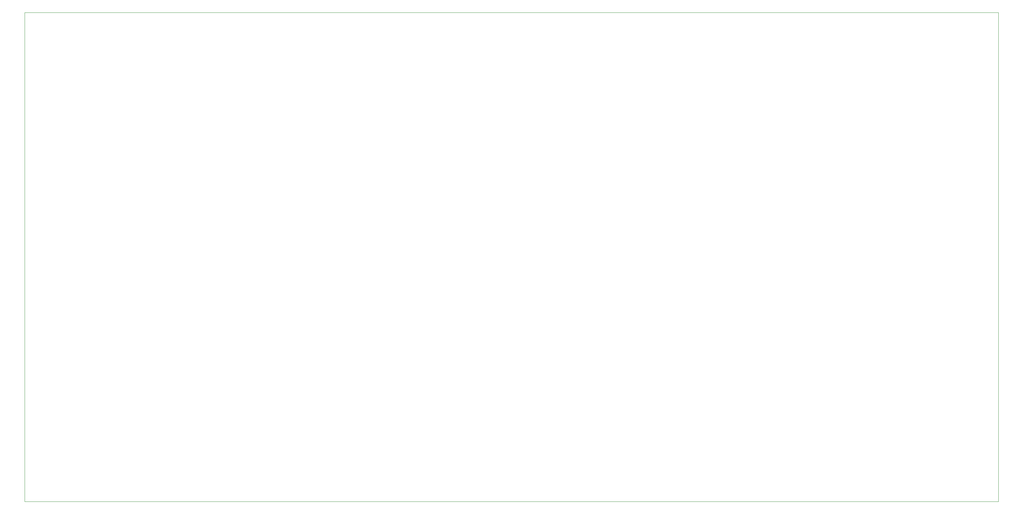
<source format=gbr>
G04 #@! TF.FileFunction,Profile,NP*
%FSLAX46Y46*%
G04 Gerber Fmt 4.6, Leading zero omitted, Abs format (unit mm)*
G04 Created by KiCad (PCBNEW 4.0.6) date 08/19/17 22:28:35*
%MOMM*%
%LPD*%
G01*
G04 APERTURE LIST*
%ADD10C,0.100000*%
G04 APERTURE END LIST*
D10*
X266000000Y-144000000D02*
X15000000Y-144000000D01*
X266000000Y-18000000D02*
X266000000Y-144000000D01*
X15000000Y-18000000D02*
X266000000Y-18000000D01*
X15000000Y-18000000D02*
X15000000Y-144000000D01*
M02*

</source>
